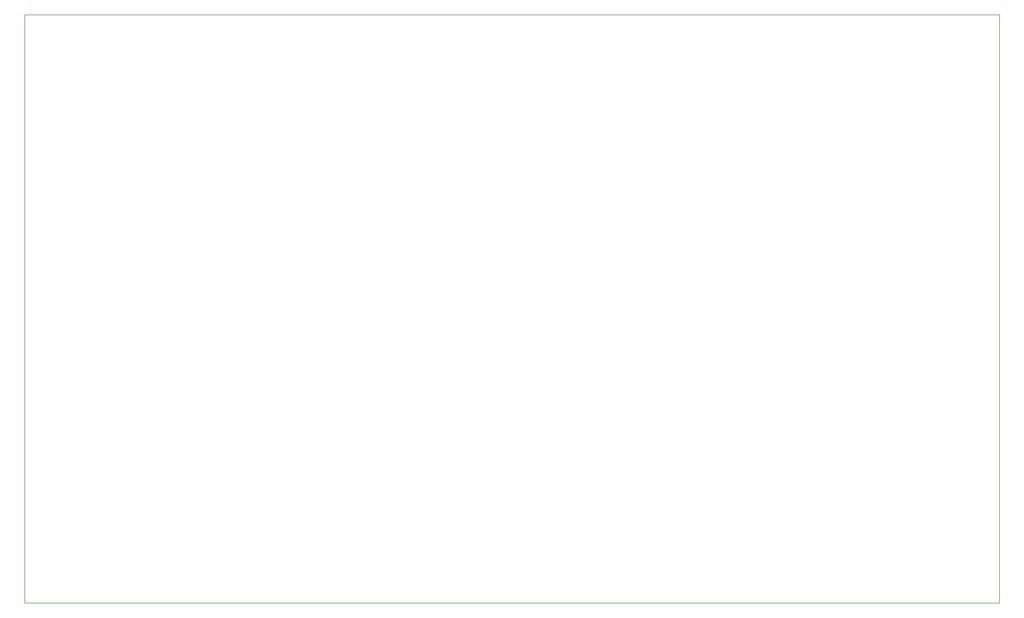
<source format=gm1>
G04 MADE WITH FRITZING*
G04 WWW.FRITZING.ORG*
G04 SINGLE SIDED*
G04 HOLES NOT PLATED*
G04 CONTOUR ON CENTER OF CONTOUR VECTOR*
%ASAXBY*%
%FSLAX23Y23*%
%MOIN*%
%OFA0B0*%
%SFA1.0B1.0*%
%ADD10R,11.547400X6.970050*%
%ADD11C,0.008000*%
%ADD10C,0.008*%
%LNCONTOUR*%
G90*
G70*
G54D10*
G54D11*
X4Y6966D02*
X11543Y6966D01*
X11543Y4D01*
X4Y4D01*
X4Y6966D01*
D02*
G04 End of contour*
M02*
</source>
